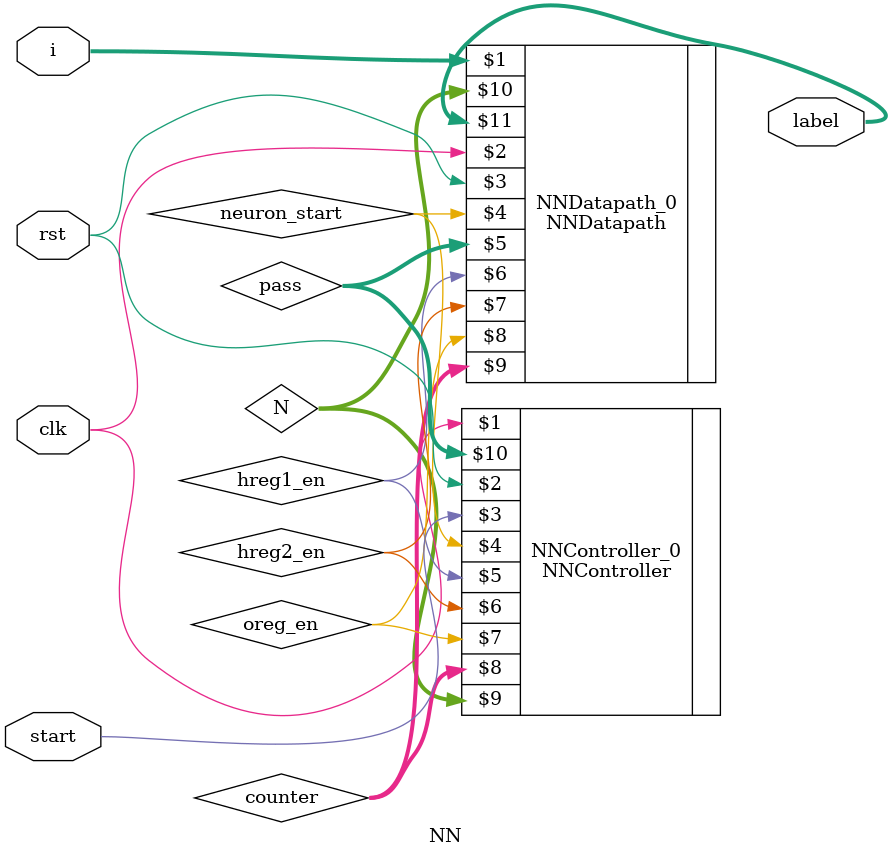
<source format=v>
`timescale 1ns / 1ps
module NN(input [31:0]i, input clk, input rst, input start, output [7:0]label);
	wire [15:0]N;
	wire neuron_start, hreg1_en, hreg2_en, oreg_en;
	wire [1:0] pass;
	wire [15:0]counter;
	NNDatapath NNDatapath_0(i, clk, rst, neuron_start, pass, hreg1_en, hreg2_en, oreg_en, counter, N, label);
	NNController NNController_0(clk, rst, start, neuron_start, hreg1_en, hreg2_en, oreg_en, counter, N, pass);
endmodule

</source>
